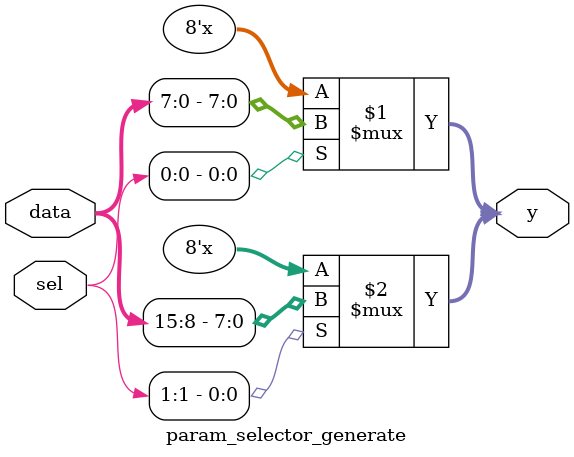
<source format=v>
module param_selector_generate 
#( parameter DATA_WIDTH = 8, parameter INPUT_CHANNELS = 2)(
    input   [(INPUT_CHANNELS * DATA_WIDTH) - 1:0] data,
    input   [INPUT_CHANNELS - 1:0]         	      sel,   
    output	[DATA_WIDTH - 1:0]                    y
);

genvar i;
generate
    for(i=0;i<INPUT_CHANNELS;i=i+1) 
    begin: gen_array
        assign y = sel[i] ? data[((i + 1) * DATA_WIDTH) - 1 : (i * DATA_WIDTH)] : {DATA_WIDTH{1'bx}};
    end
endgenerate

endmodule

</source>
